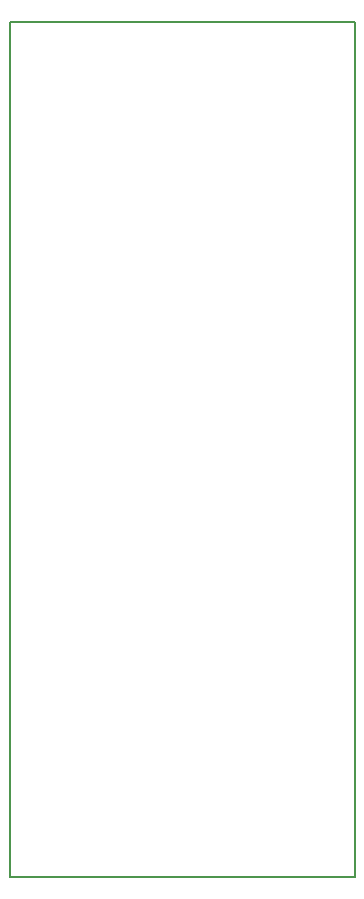
<source format=gbr>
G04 #@! TF.FileFunction,Profile,NP*
%FSLAX46Y46*%
G04 Gerber Fmt 4.6, Leading zero omitted, Abs format (unit mm)*
G04 Created by KiCad (PCBNEW 4.0.7) date Thursday, November 09, 2017 'PMt' 11:15:27 PM*
%MOMM*%
%LPD*%
G01*
G04 APERTURE LIST*
%ADD10C,0.100000*%
%ADD11C,0.150000*%
G04 APERTURE END LIST*
D10*
D11*
X127000000Y-76200000D02*
X128270000Y-76200000D01*
X127000000Y-148590000D02*
X127000000Y-76200000D01*
X156210000Y-148590000D02*
X127000000Y-148590000D01*
X156210000Y-76200000D02*
X156210000Y-148590000D01*
X128270000Y-76200000D02*
X156210000Y-76200000D01*
M02*

</source>
